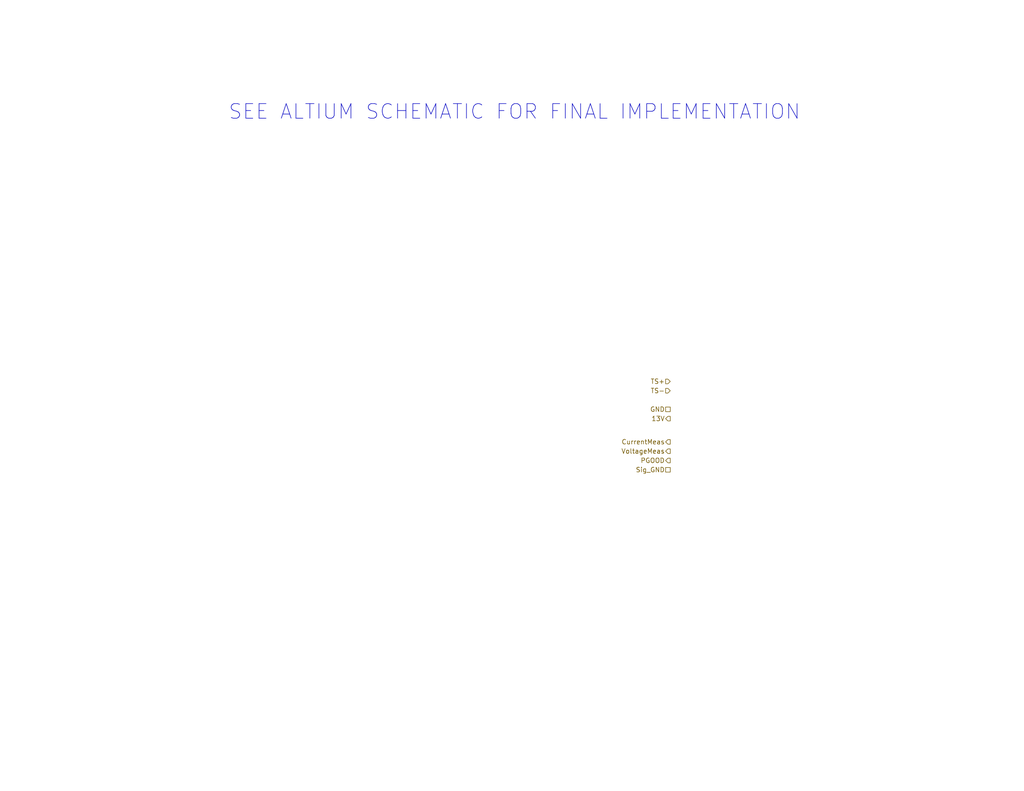
<source format=kicad_sch>
(kicad_sch (version 20211123) (generator eeschema)
  (paper "A")
  (title_block (date "2022-01-29") (rev "0") (company "Northeastern Electric Racing") (comment 1 "https://github.com/Northeastern-Electric-Racing/NER") (comment 2 "For authors and other info, contact Chief Electrical Engineer"))
  (lib_symbols)
  (text "SEE ALTIUM SCHEMATIC FOR FINAL IMPLEMENTATION" (at 62.23 33.02 0) (effects (font (size 3.9878 3.9878)) (justify left bottom)))
  (hierarchical_label "TS-" (shape input) (at 182.88 106.68 180))
  (hierarchical_label "GND" (shape passive) (at 182.88 111.76 180))
  (hierarchical_label "CurrentMeas" (shape output) (at 182.88 120.65 180))
  (hierarchical_label "13V" (shape output) (at 182.88 114.3 180))
  (hierarchical_label "TS+" (shape input) (at 182.88 104.14 180))
  (hierarchical_label "VoltageMeas" (shape output) (at 182.88 123.19 180))
  (hierarchical_label "PGOOD" (shape output) (at 182.88 125.73 180))
  (hierarchical_label "Sig_GND" (shape passive) (at 182.88 128.27 180))
)
</source>
